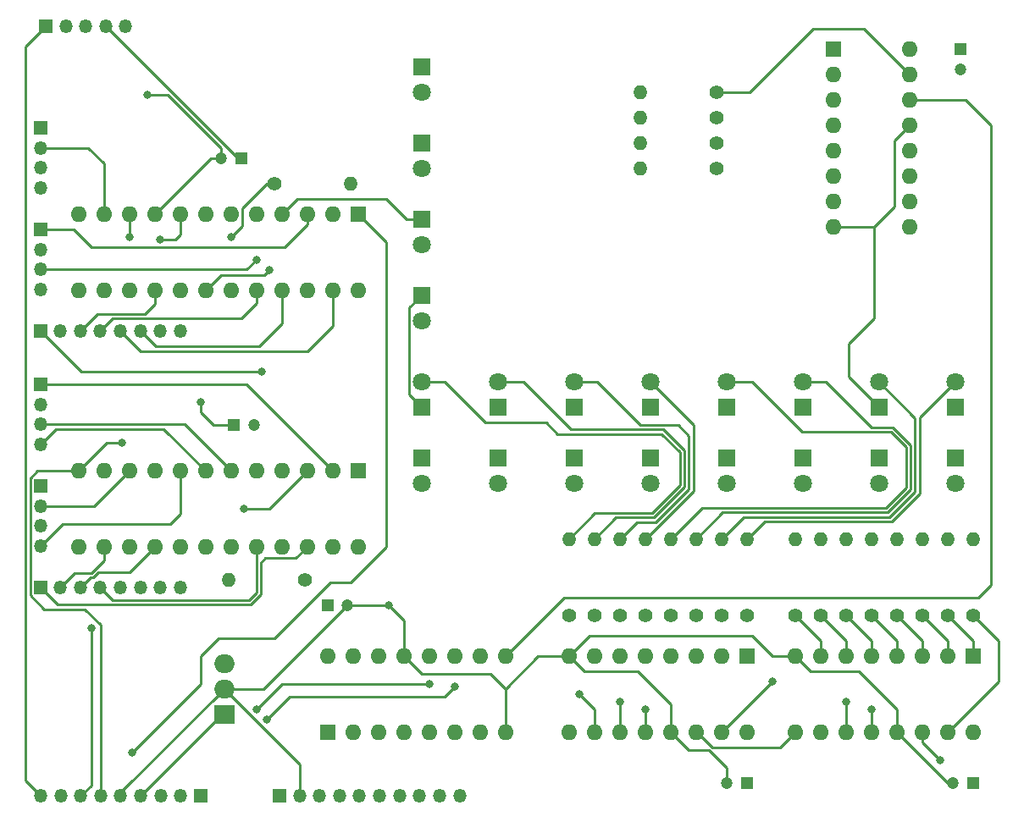
<source format=gbl>
%TF.GenerationSoftware,KiCad,Pcbnew,7.0.8*%
%TF.CreationDate,2023-10-15T17:50:00-07:00*%
%TF.ProjectId,htpm_control_additional_info,6874706d-5f63-46f6-9e74-726f6c5f6164,1*%
%TF.SameCoordinates,Original*%
%TF.FileFunction,Copper,L2,Bot*%
%TF.FilePolarity,Positive*%
%FSLAX46Y46*%
G04 Gerber Fmt 4.6, Leading zero omitted, Abs format (unit mm)*
G04 Created by KiCad (PCBNEW 7.0.8) date 2023-10-15 17:50:00*
%MOMM*%
%LPD*%
G01*
G04 APERTURE LIST*
%TA.AperFunction,ComponentPad*%
%ADD10R,1.350000X1.350000*%
%TD*%
%TA.AperFunction,ComponentPad*%
%ADD11O,1.350000X1.350000*%
%TD*%
%TA.AperFunction,ComponentPad*%
%ADD12R,1.800000X1.800000*%
%TD*%
%TA.AperFunction,ComponentPad*%
%ADD13C,1.800000*%
%TD*%
%TA.AperFunction,ComponentPad*%
%ADD14C,1.400000*%
%TD*%
%TA.AperFunction,ComponentPad*%
%ADD15O,1.400000X1.400000*%
%TD*%
%TA.AperFunction,ComponentPad*%
%ADD16R,1.200000X1.200000*%
%TD*%
%TA.AperFunction,ComponentPad*%
%ADD17C,1.200000*%
%TD*%
%TA.AperFunction,ComponentPad*%
%ADD18R,1.600000X1.600000*%
%TD*%
%TA.AperFunction,ComponentPad*%
%ADD19O,1.600000X1.600000*%
%TD*%
%TA.AperFunction,ComponentPad*%
%ADD20R,2.000000X1.905000*%
%TD*%
%TA.AperFunction,ComponentPad*%
%ADD21O,2.000000X1.905000*%
%TD*%
%TA.AperFunction,ViaPad*%
%ADD22C,0.800000*%
%TD*%
%TA.AperFunction,Conductor*%
%ADD23C,0.250000*%
%TD*%
G04 APERTURE END LIST*
D10*
%TO.P,J3,1,Pin_1*%
%TO.N,Net-(J3-Pin_1)*%
X96012000Y-71628000D03*
D11*
%TO.P,J3,2,Pin_2*%
%TO.N,Net-(J3-Pin_2)*%
X96012000Y-73628000D03*
%TO.P,J3,3,Pin_3*%
%TO.N,Net-(J3-Pin_3)*%
X96012000Y-75628000D03*
%TO.P,J3,4,Pin_4*%
%TO.N,Net-(J3-Pin_4)*%
X96012000Y-77628000D03*
%TD*%
D12*
%TO.P,D2,1,K*%
%TO.N,GND*%
X134112000Y-62987000D03*
D13*
%TO.P,D2,2,A*%
%TO.N,Net-(D2-A)*%
X134112000Y-65527000D03*
%TD*%
D12*
%TO.P,D13,1,K*%
%TO.N,GND*%
X187452000Y-94488000D03*
D13*
%TO.P,D13,2,A*%
%TO.N,Net-(D13-A)*%
X187452000Y-97028000D03*
%TD*%
D14*
%TO.P,R22,1*%
%TO.N,Net-(J1-Pin_1)*%
X122428000Y-106680000D03*
D15*
%TO.P,R22,2*%
%TO.N,Net-(U7-ISET)*%
X114808000Y-106680000D03*
%TD*%
D12*
%TO.P,D17,1,K*%
%TO.N,GND*%
X156972000Y-94488000D03*
D13*
%TO.P,D17,2,A*%
%TO.N,Net-(D17-A)*%
X156972000Y-97028000D03*
%TD*%
D12*
%TO.P,D18,1,K*%
%TO.N,GND*%
X149352000Y-94488000D03*
D13*
%TO.P,D18,2,A*%
%TO.N,Net-(D18-A)*%
X149352000Y-97028000D03*
%TD*%
D14*
%TO.P,R8,1*%
%TO.N,Net-(U3-QD)*%
X159004000Y-110236000D03*
D15*
%TO.P,R8,2*%
%TO.N,Net-(D8-A)*%
X159004000Y-102616000D03*
%TD*%
D16*
%TO.P,C4,1*%
%TO.N,Net-(J1-Pin_1)*%
X187994000Y-53594000D03*
D17*
%TO.P,C4,2*%
%TO.N,GND*%
X187994000Y-55594000D03*
%TD*%
D14*
%TO.P,R13,1*%
%TO.N,Net-(U2-QA)*%
X189230000Y-110236000D03*
D15*
%TO.P,R13,2*%
%TO.N,Net-(D13-A)*%
X189230000Y-102616000D03*
%TD*%
D18*
%TO.P,U3,1,QB*%
%TO.N,Net-(U3-QB)*%
X166634000Y-114310000D03*
D19*
%TO.P,U3,2,QC*%
%TO.N,Net-(U3-QC)*%
X164094000Y-114310000D03*
%TO.P,U3,3,QD*%
%TO.N,Net-(U3-QD)*%
X161554000Y-114310000D03*
%TO.P,U3,4,QE*%
%TO.N,Net-(U3-QE)*%
X159014000Y-114310000D03*
%TO.P,U3,5,QF*%
%TO.N,Net-(U3-QF)*%
X156474000Y-114310000D03*
%TO.P,U3,6,QG*%
%TO.N,Net-(U3-QG)*%
X153934000Y-114310000D03*
%TO.P,U3,7,QH*%
%TO.N,Net-(U3-QH)*%
X151394000Y-114310000D03*
%TO.P,U3,8,GND*%
%TO.N,GND*%
X148854000Y-114310000D03*
%TO.P,U3,9,QH'*%
%TO.N,Net-(U3-QH')*%
X148854000Y-121930000D03*
%TO.P,U3,10,~{SRCLR}*%
%TO.N,Net-(J1-Pin_1)*%
X151394000Y-121930000D03*
%TO.P,U3,11,SRCLK*%
%TO.N,Net-(J8-Pin_1)*%
X153934000Y-121930000D03*
%TO.P,U3,12,RCLK*%
%TO.N,Net-(J8-Pin_2)*%
X156474000Y-121930000D03*
%TO.P,U3,13,~{OE}*%
%TO.N,GND*%
X159014000Y-121930000D03*
%TO.P,U3,14,SER*%
%TO.N,Net-(U2-QH')*%
X161554000Y-121930000D03*
%TO.P,U3,15,QA*%
%TO.N,Net-(U3-QA)*%
X164094000Y-121930000D03*
%TO.P,U3,16,VCC*%
%TO.N,Net-(J1-Pin_1)*%
X166634000Y-121930000D03*
%TD*%
D12*
%TO.P,D19,1,K*%
%TO.N,GND*%
X141732000Y-94488000D03*
D13*
%TO.P,D19,2,A*%
%TO.N,Net-(D19-A)*%
X141732000Y-97028000D03*
%TD*%
D12*
%TO.P,D20,1,K*%
%TO.N,GND*%
X134112000Y-94488000D03*
D13*
%TO.P,D20,2,A*%
%TO.N,Net-(D20-A)*%
X134112000Y-97028000D03*
%TD*%
D12*
%TO.P,D3,1,K*%
%TO.N,GND*%
X134112000Y-70607000D03*
D13*
%TO.P,D3,2,A*%
%TO.N,Net-(D3-A)*%
X134112000Y-73147000D03*
%TD*%
D18*
%TO.P,U2,1,QB*%
%TO.N,Net-(U2-QB)*%
X189240000Y-114310000D03*
D19*
%TO.P,U2,2,QC*%
%TO.N,Net-(U2-QC)*%
X186700000Y-114310000D03*
%TO.P,U2,3,QD*%
%TO.N,Net-(U2-QD)*%
X184160000Y-114310000D03*
%TO.P,U2,4,QE*%
%TO.N,Net-(U2-QE)*%
X181620000Y-114310000D03*
%TO.P,U2,5,QF*%
%TO.N,Net-(U2-QF)*%
X179080000Y-114310000D03*
%TO.P,U2,6,QG*%
%TO.N,Net-(U2-QG)*%
X176540000Y-114310000D03*
%TO.P,U2,7,QH*%
%TO.N,Net-(U2-QH)*%
X174000000Y-114310000D03*
%TO.P,U2,8,GND*%
%TO.N,GND*%
X171460000Y-114310000D03*
%TO.P,U2,9,QH'*%
%TO.N,Net-(U2-QH')*%
X171460000Y-121930000D03*
%TO.P,U2,10,~{SRCLR}*%
%TO.N,Net-(J1-Pin_1)*%
X174000000Y-121930000D03*
%TO.P,U2,11,SRCLK*%
%TO.N,Net-(J8-Pin_1)*%
X176540000Y-121930000D03*
%TO.P,U2,12,RCLK*%
%TO.N,Net-(J8-Pin_2)*%
X179080000Y-121930000D03*
%TO.P,U2,13,~{OE}*%
%TO.N,GND*%
X181620000Y-121930000D03*
%TO.P,U2,14,SER*%
%TO.N,Net-(J8-Pin_3)*%
X184160000Y-121930000D03*
%TO.P,U2,15,QA*%
%TO.N,Net-(U2-QA)*%
X186700000Y-121930000D03*
%TO.P,U2,16,VCC*%
%TO.N,Net-(J1-Pin_1)*%
X189240000Y-121930000D03*
%TD*%
D12*
%TO.P,D12,1,K*%
%TO.N,GND*%
X134112000Y-89408000D03*
D13*
%TO.P,D12,2,A*%
%TO.N,Net-(D12-A)*%
X134112000Y-86868000D03*
%TD*%
D14*
%TO.P,R1,1*%
%TO.N,Net-(U5-QA)*%
X163576000Y-57912000D03*
D15*
%TO.P,R1,2*%
%TO.N,Net-(D1-A)*%
X155956000Y-57912000D03*
%TD*%
D10*
%TO.P,J1,1,Pin_1*%
%TO.N,Net-(J1-Pin_1)*%
X119922000Y-128270000D03*
D11*
%TO.P,J1,2,Pin_2*%
%TO.N,GND*%
X121922000Y-128270000D03*
%TO.P,J1,3,Pin_3*%
%TO.N,Net-(J1-Pin_3)*%
X123922000Y-128270000D03*
%TO.P,J1,4,Pin_4*%
%TO.N,Net-(J1-Pin_4)*%
X125922000Y-128270000D03*
%TO.P,J1,5,Pin_5*%
%TO.N,Net-(J1-Pin_5)*%
X127922000Y-128270000D03*
%TO.P,J1,6,Pin_6*%
%TO.N,Net-(J1-Pin_6)*%
X129922000Y-128270000D03*
%TO.P,J1,7,Pin_7*%
%TO.N,Net-(J1-Pin_7)*%
X131922000Y-128270000D03*
%TO.P,J1,8,Pin_8*%
%TO.N,Net-(J1-Pin_8)*%
X133922000Y-128270000D03*
%TO.P,J1,9,Pin_9*%
%TO.N,Net-(J1-Pin_9)*%
X135922000Y-128270000D03*
%TO.P,J1,10,Pin_10*%
%TO.N,Net-(J1-Pin_10)*%
X137922000Y-128270000D03*
%TD*%
D14*
%TO.P,R12,1*%
%TO.N,Net-(U3-QH)*%
X148844000Y-110236000D03*
D15*
%TO.P,R12,2*%
%TO.N,Net-(D12-A)*%
X148844000Y-102616000D03*
%TD*%
D16*
%TO.P,C1,1*%
%TO.N,Net-(J1-Pin_1)*%
X189240000Y-127010000D03*
D17*
%TO.P,C1,2*%
%TO.N,GND*%
X187240000Y-127010000D03*
%TD*%
D14*
%TO.P,R21,1*%
%TO.N,Net-(J1-Pin_1)*%
X119380000Y-67056000D03*
D15*
%TO.P,R21,2*%
%TO.N,Net-(U6-ISET)*%
X127000000Y-67056000D03*
%TD*%
D20*
%TO.P,U1,1,IN*%
%TO.N,Net-(J8-Pin_4)*%
X114386000Y-120142000D03*
D21*
%TO.P,U1,2,GND*%
%TO.N,GND*%
X114386000Y-117602000D03*
%TO.P,U1,3,OUT*%
%TO.N,Net-(J1-Pin_1)*%
X114386000Y-115062000D03*
%TD*%
D14*
%TO.P,R10,1*%
%TO.N,Net-(U3-QF)*%
X153924000Y-110236000D03*
D15*
%TO.P,R10,2*%
%TO.N,Net-(D10-A)*%
X153924000Y-102616000D03*
%TD*%
D16*
%TO.P,C2,1*%
%TO.N,Net-(J1-Pin_1)*%
X166634000Y-127010000D03*
D17*
%TO.P,C2,2*%
%TO.N,GND*%
X164634000Y-127010000D03*
%TD*%
D10*
%TO.P,J2,1,Pin_1*%
%TO.N,Net-(J2-Pin_1)*%
X96012000Y-61468000D03*
D11*
%TO.P,J2,2,Pin_2*%
%TO.N,Net-(J2-Pin_2)*%
X96012000Y-63468000D03*
%TO.P,J2,3,Pin_3*%
%TO.N,Net-(J2-Pin_3)*%
X96012000Y-65468000D03*
%TO.P,J2,4,Pin_4*%
%TO.N,Net-(J2-Pin_4)*%
X96012000Y-67468000D03*
%TD*%
D14*
%TO.P,R11,1*%
%TO.N,Net-(U3-QG)*%
X151384000Y-110236000D03*
D15*
%TO.P,R11,2*%
%TO.N,Net-(D11-A)*%
X151384000Y-102616000D03*
%TD*%
D14*
%TO.P,R17,1*%
%TO.N,Net-(U2-QE)*%
X179070000Y-110236000D03*
D15*
%TO.P,R17,2*%
%TO.N,Net-(D17-A)*%
X179070000Y-102616000D03*
%TD*%
D12*
%TO.P,D10,1,K*%
%TO.N,GND*%
X149352000Y-89408000D03*
D13*
%TO.P,D10,2,A*%
%TO.N,Net-(D10-A)*%
X149352000Y-86868000D03*
%TD*%
D16*
%TO.P,C6,1*%
%TO.N,Net-(J1-Pin_1)*%
X115359401Y-91186000D03*
D17*
%TO.P,C6,2*%
%TO.N,GND*%
X117359401Y-91186000D03*
%TD*%
D12*
%TO.P,D8,1,K*%
%TO.N,GND*%
X164592000Y-89408000D03*
D13*
%TO.P,D8,2,A*%
%TO.N,Net-(D8-A)*%
X164592000Y-86868000D03*
%TD*%
D14*
%TO.P,R5,1*%
%TO.N,Net-(U3-QA)*%
X166624000Y-110236000D03*
D15*
%TO.P,R5,2*%
%TO.N,Net-(D5-A)*%
X166624000Y-102616000D03*
%TD*%
D12*
%TO.P,D7,1,K*%
%TO.N,GND*%
X172212000Y-89408000D03*
D13*
%TO.P,D7,2,A*%
%TO.N,Net-(D7-A)*%
X172212000Y-86868000D03*
%TD*%
D12*
%TO.P,D16,1,K*%
%TO.N,GND*%
X164592000Y-94488000D03*
D13*
%TO.P,D16,2,A*%
%TO.N,Net-(D16-A)*%
X164592000Y-97028000D03*
%TD*%
D14*
%TO.P,R7,1*%
%TO.N,Net-(U3-QC)*%
X161544000Y-110236000D03*
D15*
%TO.P,R7,2*%
%TO.N,Net-(D7-A)*%
X161544000Y-102616000D03*
%TD*%
D18*
%TO.P,U5,1,QB*%
%TO.N,Net-(U5-QB)*%
X175294000Y-53594000D03*
D19*
%TO.P,U5,2,QC*%
%TO.N,Net-(U5-QC)*%
X175294000Y-56134000D03*
%TO.P,U5,3,QD*%
%TO.N,Net-(U5-QD)*%
X175294000Y-58674000D03*
%TO.P,U5,4,QE*%
%TO.N,unconnected-(U5-QE-Pad4)*%
X175294000Y-61214000D03*
%TO.P,U5,5,QF*%
%TO.N,unconnected-(U5-QF-Pad5)*%
X175294000Y-63754000D03*
%TO.P,U5,6,QG*%
%TO.N,unconnected-(U5-QG-Pad6)*%
X175294000Y-66294000D03*
%TO.P,U5,7,QH*%
%TO.N,unconnected-(U5-QH-Pad7)*%
X175294000Y-68834000D03*
%TO.P,U5,8,GND*%
%TO.N,GND*%
X175294000Y-71374000D03*
%TO.P,U5,9,QH'*%
%TO.N,unconnected-(U5-QH'-Pad9)*%
X182914000Y-71374000D03*
%TO.P,U5,10,~{SRCLR}*%
%TO.N,Net-(J1-Pin_1)*%
X182914000Y-68834000D03*
%TO.P,U5,11,SRCLK*%
%TO.N,Net-(J8-Pin_1)*%
X182914000Y-66294000D03*
%TO.P,U5,12,RCLK*%
%TO.N,Net-(J8-Pin_2)*%
X182914000Y-63754000D03*
%TO.P,U5,13,~{OE}*%
%TO.N,GND*%
X182914000Y-61214000D03*
%TO.P,U5,14,SER*%
%TO.N,Net-(U4-QH')*%
X182914000Y-58674000D03*
%TO.P,U5,15,QA*%
%TO.N,Net-(U5-QA)*%
X182914000Y-56134000D03*
%TO.P,U5,16,VCC*%
%TO.N,Net-(J1-Pin_1)*%
X182914000Y-53594000D03*
%TD*%
D12*
%TO.P,D14,1,K*%
%TO.N,GND*%
X179832000Y-94488000D03*
D13*
%TO.P,D14,2,A*%
%TO.N,Net-(D14-A)*%
X179832000Y-97028000D03*
%TD*%
D18*
%TO.P,U7,1,DIN*%
%TO.N,Net-(U6-DOUT)*%
X127762000Y-95758000D03*
D19*
%TO.P,U7,2,DIG_0*%
%TO.N,Net-(J6-Pin_1)*%
X125222000Y-95758000D03*
%TO.P,U7,3,DIG_4*%
%TO.N,Net-(J7-Pin_1)*%
X122682000Y-95758000D03*
%TO.P,U7,4,GND*%
%TO.N,GND*%
X120142000Y-95758000D03*
%TO.P,U7,5,DIG_6*%
%TO.N,Net-(J7-Pin_3)*%
X117602000Y-95758000D03*
%TO.P,U7,6,DIG_2*%
%TO.N,Net-(J6-Pin_3)*%
X115062000Y-95758000D03*
%TO.P,U7,7,DIG_3*%
%TO.N,Net-(J6-Pin_4)*%
X112522000Y-95758000D03*
%TO.P,U7,8,DIG_7*%
%TO.N,Net-(J7-Pin_4)*%
X109982000Y-95758000D03*
%TO.P,U7,9,GND*%
%TO.N,GND*%
X107442000Y-95758000D03*
%TO.P,U7,10,DIG_5*%
%TO.N,Net-(J7-Pin_2)*%
X104902000Y-95758000D03*
%TO.P,U7,11,DIG_1*%
%TO.N,Net-(J6-Pin_2)*%
X102362000Y-95758000D03*
%TO.P,U7,12,LOAD*%
%TO.N,Net-(J8-Pin_6)*%
X99822000Y-95758000D03*
%TO.P,U7,13,CLK*%
%TO.N,Net-(J8-Pin_7)*%
X99822000Y-103378000D03*
%TO.P,U7,14,SEG_A*%
%TO.N,Net-(J5-Pin_2)*%
X102362000Y-103378000D03*
%TO.P,U7,15,SEG_F*%
%TO.N,Net-(J5-Pin_7)*%
X104902000Y-103378000D03*
%TO.P,U7,16,SEG_B*%
%TO.N,Net-(J5-Pin_3)*%
X107442000Y-103378000D03*
%TO.P,U7,17,SEG_G*%
%TO.N,Net-(J5-Pin_8)*%
X109982000Y-103378000D03*
%TO.P,U7,18,ISET*%
%TO.N,Net-(U7-ISET)*%
X112522000Y-103378000D03*
%TO.P,U7,19,V+*%
%TO.N,Net-(J1-Pin_1)*%
X115062000Y-103378000D03*
%TO.P,U7,20,SEG_C*%
%TO.N,Net-(J5-Pin_4)*%
X117602000Y-103378000D03*
%TO.P,U7,21,SEG_E*%
%TO.N,Net-(J5-Pin_6)*%
X120142000Y-103378000D03*
%TO.P,U7,22,SEG_DP*%
%TO.N,Net-(J5-Pin_1)*%
X122682000Y-103378000D03*
%TO.P,U7,23,SEG_D*%
%TO.N,Net-(J5-Pin_5)*%
X125222000Y-103378000D03*
%TO.P,U7,24,DOUT*%
%TO.N,unconnected-(U7-DOUT-Pad24)*%
X127762000Y-103378000D03*
%TD*%
D14*
%TO.P,R18,1*%
%TO.N,Net-(U2-QF)*%
X176530000Y-110236000D03*
D15*
%TO.P,R18,2*%
%TO.N,Net-(D18-A)*%
X176530000Y-102616000D03*
%TD*%
D12*
%TO.P,D6,1,K*%
%TO.N,GND*%
X179832000Y-89408000D03*
D13*
%TO.P,D6,2,A*%
%TO.N,Net-(D6-A)*%
X179832000Y-86868000D03*
%TD*%
D14*
%TO.P,R2,1*%
%TO.N,Net-(U5-QB)*%
X163576000Y-60452000D03*
D15*
%TO.P,R2,2*%
%TO.N,Net-(D2-A)*%
X155956000Y-60452000D03*
%TD*%
D10*
%TO.P,J5,1,Pin_1*%
%TO.N,Net-(J5-Pin_1)*%
X96012000Y-107458000D03*
D11*
%TO.P,J5,2,Pin_2*%
%TO.N,Net-(J5-Pin_2)*%
X98012000Y-107458000D03*
%TO.P,J5,3,Pin_3*%
%TO.N,Net-(J5-Pin_3)*%
X100012000Y-107458000D03*
%TO.P,J5,4,Pin_4*%
%TO.N,Net-(J5-Pin_4)*%
X102012000Y-107458000D03*
%TO.P,J5,5,Pin_5*%
%TO.N,Net-(J5-Pin_5)*%
X104012000Y-107458000D03*
%TO.P,J5,6,Pin_6*%
%TO.N,Net-(J5-Pin_6)*%
X106012000Y-107458000D03*
%TO.P,J5,7,Pin_7*%
%TO.N,Net-(J5-Pin_7)*%
X108012000Y-107458000D03*
%TO.P,J5,8,Pin_8*%
%TO.N,Net-(J5-Pin_8)*%
X110012000Y-107458000D03*
%TD*%
D18*
%TO.P,U4,1,QB*%
%TO.N,Net-(J1-Pin_4)*%
X124714000Y-121920000D03*
D19*
%TO.P,U4,2,QC*%
%TO.N,Net-(J1-Pin_5)*%
X127254000Y-121920000D03*
%TO.P,U4,3,QD*%
%TO.N,Net-(J1-Pin_6)*%
X129794000Y-121920000D03*
%TO.P,U4,4,QE*%
%TO.N,Net-(J1-Pin_7)*%
X132334000Y-121920000D03*
%TO.P,U4,5,QF*%
%TO.N,Net-(J1-Pin_8)*%
X134874000Y-121920000D03*
%TO.P,U4,6,QG*%
%TO.N,Net-(J1-Pin_9)*%
X137414000Y-121920000D03*
%TO.P,U4,7,QH*%
%TO.N,Net-(J1-Pin_10)*%
X139954000Y-121920000D03*
%TO.P,U4,8,GND*%
%TO.N,GND*%
X142494000Y-121920000D03*
%TO.P,U4,9,QH'*%
%TO.N,Net-(U4-QH')*%
X142494000Y-114300000D03*
%TO.P,U4,10,~{SRCLR}*%
%TO.N,Net-(J1-Pin_1)*%
X139954000Y-114300000D03*
%TO.P,U4,11,SRCLK*%
%TO.N,Net-(J8-Pin_1)*%
X137414000Y-114300000D03*
%TO.P,U4,12,RCLK*%
%TO.N,Net-(J8-Pin_2)*%
X134874000Y-114300000D03*
%TO.P,U4,13,~{OE}*%
%TO.N,GND*%
X132334000Y-114300000D03*
%TO.P,U4,14,SER*%
%TO.N,Net-(U3-QH')*%
X129794000Y-114300000D03*
%TO.P,U4,15,QA*%
%TO.N,Net-(J1-Pin_3)*%
X127254000Y-114300000D03*
%TO.P,U4,16,VCC*%
%TO.N,Net-(J1-Pin_1)*%
X124714000Y-114300000D03*
%TD*%
D16*
%TO.P,C5,1*%
%TO.N,Net-(J1-Pin_1)*%
X116078000Y-64516000D03*
D17*
%TO.P,C5,2*%
%TO.N,GND*%
X114078000Y-64516000D03*
%TD*%
D10*
%TO.P,J9,1,Pin_1*%
%TO.N,Net-(J8-Pin_9)*%
X96552000Y-51308000D03*
D11*
%TO.P,J9,2,Pin_2*%
%TO.N,Net-(J8-Pin_8)*%
X98552000Y-51308000D03*
%TO.P,J9,3,Pin_3*%
%TO.N,Net-(J8-Pin_7)*%
X100552000Y-51308000D03*
%TO.P,J9,4,Pin_4*%
%TO.N,Net-(J1-Pin_1)*%
X102552000Y-51308000D03*
%TO.P,J9,5,Pin_5*%
%TO.N,GND*%
X104552000Y-51308000D03*
%TD*%
D14*
%TO.P,R15,1*%
%TO.N,Net-(U2-QC)*%
X184150000Y-110236000D03*
D15*
%TO.P,R15,2*%
%TO.N,Net-(D15-A)*%
X184150000Y-102616000D03*
%TD*%
D14*
%TO.P,R16,1*%
%TO.N,Net-(U2-QD)*%
X181610000Y-110236000D03*
D15*
%TO.P,R16,2*%
%TO.N,Net-(D16-A)*%
X181610000Y-102616000D03*
%TD*%
D10*
%TO.P,J7,1,Pin_1*%
%TO.N,Net-(J7-Pin_1)*%
X96012000Y-97298000D03*
D11*
%TO.P,J7,2,Pin_2*%
%TO.N,Net-(J7-Pin_2)*%
X96012000Y-99298000D03*
%TO.P,J7,3,Pin_3*%
%TO.N,Net-(J7-Pin_3)*%
X96012000Y-101298000D03*
%TO.P,J7,4,Pin_4*%
%TO.N,Net-(J7-Pin_4)*%
X96012000Y-103298000D03*
%TD*%
D10*
%TO.P,J4,1,Pin_1*%
%TO.N,Net-(J4-Pin_1)*%
X96012000Y-81788000D03*
D11*
%TO.P,J4,2,Pin_2*%
%TO.N,Net-(J4-Pin_2)*%
X98012000Y-81788000D03*
%TO.P,J4,3,Pin_3*%
%TO.N,Net-(J4-Pin_3)*%
X100012000Y-81788000D03*
%TO.P,J4,4,Pin_4*%
%TO.N,Net-(J4-Pin_4)*%
X102012000Y-81788000D03*
%TO.P,J4,5,Pin_5*%
%TO.N,Net-(J4-Pin_5)*%
X104012000Y-81788000D03*
%TO.P,J4,6,Pin_6*%
%TO.N,Net-(J4-Pin_6)*%
X106012000Y-81788000D03*
%TO.P,J4,7,Pin_7*%
%TO.N,Net-(J4-Pin_7)*%
X108012000Y-81788000D03*
%TO.P,J4,8,Pin_8*%
%TO.N,Net-(J4-Pin_8)*%
X110012000Y-81788000D03*
%TD*%
%TO.P,J8,9,Pin_9*%
%TO.N,Net-(J8-Pin_9)*%
X96044000Y-128270000D03*
%TO.P,J8,8,Pin_8*%
%TO.N,Net-(J8-Pin_8)*%
X98044000Y-128270000D03*
%TO.P,J8,7,Pin_7*%
%TO.N,Net-(J8-Pin_7)*%
X100044000Y-128270000D03*
%TO.P,J8,6,Pin_6*%
%TO.N,Net-(J8-Pin_6)*%
X102044000Y-128270000D03*
%TO.P,J8,5,Pin_5*%
%TO.N,GND*%
X104044000Y-128270000D03*
%TO.P,J8,4,Pin_4*%
%TO.N,Net-(J8-Pin_4)*%
X106044000Y-128270000D03*
%TO.P,J8,3,Pin_3*%
%TO.N,Net-(J8-Pin_3)*%
X108044000Y-128270000D03*
%TO.P,J8,2,Pin_2*%
%TO.N,Net-(J8-Pin_2)*%
X110044000Y-128270000D03*
D10*
%TO.P,J8,1,Pin_1*%
%TO.N,Net-(J8-Pin_1)*%
X112044000Y-128270000D03*
%TD*%
D12*
%TO.P,D4,1,K*%
%TO.N,GND*%
X134112000Y-78227000D03*
D13*
%TO.P,D4,2,A*%
%TO.N,Net-(D4-A)*%
X134112000Y-80767000D03*
%TD*%
D12*
%TO.P,D15,1,K*%
%TO.N,GND*%
X172212000Y-94488000D03*
D13*
%TO.P,D15,2,A*%
%TO.N,Net-(D15-A)*%
X172212000Y-97028000D03*
%TD*%
D14*
%TO.P,R3,1*%
%TO.N,Net-(U5-QC)*%
X163576000Y-62992000D03*
D15*
%TO.P,R3,2*%
%TO.N,Net-(D3-A)*%
X155956000Y-62992000D03*
%TD*%
D12*
%TO.P,D1,1,K*%
%TO.N,GND*%
X134112000Y-55367000D03*
D13*
%TO.P,D1,2,A*%
%TO.N,Net-(D1-A)*%
X134112000Y-57907000D03*
%TD*%
D14*
%TO.P,R6,1*%
%TO.N,Net-(U3-QB)*%
X164084000Y-110236000D03*
D15*
%TO.P,R6,2*%
%TO.N,Net-(D6-A)*%
X164084000Y-102616000D03*
%TD*%
D14*
%TO.P,R20,1*%
%TO.N,Net-(U2-QH)*%
X171450000Y-110236000D03*
D15*
%TO.P,R20,2*%
%TO.N,Net-(D20-A)*%
X171450000Y-102616000D03*
%TD*%
D14*
%TO.P,R19,1*%
%TO.N,Net-(U2-QG)*%
X173990000Y-110236000D03*
D15*
%TO.P,R19,2*%
%TO.N,Net-(D19-A)*%
X173990000Y-102616000D03*
%TD*%
D12*
%TO.P,D5,1,K*%
%TO.N,GND*%
X187452000Y-89408000D03*
D13*
%TO.P,D5,2,A*%
%TO.N,Net-(D5-A)*%
X187452000Y-86868000D03*
%TD*%
D10*
%TO.P,J6,1,Pin_1*%
%TO.N,Net-(J6-Pin_1)*%
X96012000Y-87138000D03*
D11*
%TO.P,J6,2,Pin_2*%
%TO.N,Net-(J6-Pin_2)*%
X96012000Y-89138000D03*
%TO.P,J6,3,Pin_3*%
%TO.N,Net-(J6-Pin_3)*%
X96012000Y-91138000D03*
%TO.P,J6,4,Pin_4*%
%TO.N,Net-(J6-Pin_4)*%
X96012000Y-93138000D03*
%TD*%
D16*
%TO.P,C3,1*%
%TO.N,Net-(J1-Pin_1)*%
X124724000Y-109230000D03*
D17*
%TO.P,C3,2*%
%TO.N,GND*%
X126724000Y-109230000D03*
%TD*%
D14*
%TO.P,R4,1*%
%TO.N,Net-(U5-QD)*%
X163576000Y-65532000D03*
D15*
%TO.P,R4,2*%
%TO.N,Net-(D4-A)*%
X155956000Y-65532000D03*
%TD*%
D12*
%TO.P,D9,1,K*%
%TO.N,GND*%
X156972000Y-89408000D03*
D13*
%TO.P,D9,2,A*%
%TO.N,Net-(D9-A)*%
X156972000Y-86868000D03*
%TD*%
D14*
%TO.P,R9,1*%
%TO.N,Net-(U3-QE)*%
X156464000Y-110236000D03*
D15*
%TO.P,R9,2*%
%TO.N,Net-(D9-A)*%
X156464000Y-102616000D03*
%TD*%
D12*
%TO.P,D11,1,K*%
%TO.N,GND*%
X141732000Y-89408000D03*
D13*
%TO.P,D11,2,A*%
%TO.N,Net-(D11-A)*%
X141732000Y-86868000D03*
%TD*%
D18*
%TO.P,U6,1,DIN*%
%TO.N,Net-(J8-Pin_8)*%
X127762000Y-70104000D03*
D19*
%TO.P,U6,2,DIG_0*%
%TO.N,Net-(J2-Pin_1)*%
X125222000Y-70104000D03*
%TO.P,U6,3,DIG_4*%
%TO.N,Net-(J3-Pin_1)*%
X122682000Y-70104000D03*
%TO.P,U6,4,GND*%
%TO.N,GND*%
X120142000Y-70104000D03*
%TO.P,U6,5,DIG_6*%
%TO.N,Net-(J3-Pin_3)*%
X117602000Y-70104000D03*
%TO.P,U6,6,DIG_2*%
%TO.N,Net-(J2-Pin_3)*%
X115062000Y-70104000D03*
%TO.P,U6,7,DIG_3*%
%TO.N,Net-(J2-Pin_4)*%
X112522000Y-70104000D03*
%TO.P,U6,8,DIG_7*%
%TO.N,Net-(J3-Pin_4)*%
X109982000Y-70104000D03*
%TO.P,U6,9,GND*%
%TO.N,GND*%
X107442000Y-70104000D03*
%TO.P,U6,10,DIG_5*%
%TO.N,Net-(J3-Pin_2)*%
X104902000Y-70104000D03*
%TO.P,U6,11,DIG_1*%
%TO.N,Net-(J2-Pin_2)*%
X102362000Y-70104000D03*
%TO.P,U6,12,LOAD*%
%TO.N,Net-(J8-Pin_6)*%
X99822000Y-70104000D03*
%TO.P,U6,13,CLK*%
%TO.N,Net-(J8-Pin_7)*%
X99822000Y-77724000D03*
%TO.P,U6,14,SEG_A*%
%TO.N,Net-(J4-Pin_2)*%
X102362000Y-77724000D03*
%TO.P,U6,15,SEG_F*%
%TO.N,Net-(J4-Pin_7)*%
X104902000Y-77724000D03*
%TO.P,U6,16,SEG_B*%
%TO.N,Net-(J4-Pin_3)*%
X107442000Y-77724000D03*
%TO.P,U6,17,SEG_G*%
%TO.N,Net-(J4-Pin_8)*%
X109982000Y-77724000D03*
%TO.P,U6,18,ISET*%
%TO.N,Net-(U6-ISET)*%
X112522000Y-77724000D03*
%TO.P,U6,19,V+*%
%TO.N,Net-(J1-Pin_1)*%
X115062000Y-77724000D03*
%TO.P,U6,20,SEG_C*%
%TO.N,Net-(J4-Pin_4)*%
X117602000Y-77724000D03*
%TO.P,U6,21,SEG_E*%
%TO.N,Net-(J4-Pin_6)*%
X120142000Y-77724000D03*
%TO.P,U6,22,SEG_DP*%
%TO.N,Net-(J4-Pin_1)*%
X122682000Y-77724000D03*
%TO.P,U6,23,SEG_D*%
%TO.N,Net-(J4-Pin_5)*%
X125222000Y-77724000D03*
%TO.P,U6,24,DOUT*%
%TO.N,Net-(U6-DOUT)*%
X127762000Y-77724000D03*
%TD*%
D14*
%TO.P,R14,1*%
%TO.N,Net-(U2-QB)*%
X186690000Y-110236000D03*
D15*
%TO.P,R14,2*%
%TO.N,Net-(D14-A)*%
X186690000Y-102616000D03*
%TD*%
D22*
%TO.N,Net-(J1-Pin_1)*%
X115062000Y-72390000D03*
X149860000Y-118110000D03*
X112014000Y-88900000D03*
%TO.N,GND*%
X130810000Y-109220000D03*
X106680000Y-58166000D03*
%TO.N,Net-(J3-Pin_2)*%
X104902000Y-72390000D03*
%TO.N,Net-(J3-Pin_3)*%
X117602000Y-74676000D03*
%TO.N,Net-(J3-Pin_4)*%
X107950000Y-72644000D03*
%TO.N,Net-(J4-Pin_1)*%
X118110000Y-85852000D03*
%TO.N,Net-(J7-Pin_1)*%
X116332000Y-99568000D03*
%TO.N,Net-(J8-Pin_1)*%
X137414000Y-117348000D03*
X118618000Y-120650000D03*
X176530000Y-118872000D03*
X153924000Y-118872000D03*
%TO.N,Net-(J8-Pin_2)*%
X134874000Y-117094000D03*
X117602000Y-119634000D03*
X156464000Y-119634000D03*
X179070000Y-119634000D03*
%TO.N,Net-(J8-Pin_3)*%
X185928000Y-124714000D03*
%TO.N,Net-(J8-Pin_6)*%
X104140000Y-92964000D03*
%TO.N,Net-(J8-Pin_7)*%
X101092000Y-111506000D03*
%TO.N,Net-(J8-Pin_8)*%
X105156000Y-123952000D03*
%TO.N,Net-(U3-QA)*%
X169164000Y-116840000D03*
%TO.N,Net-(U6-ISET)*%
X118872000Y-75692000D03*
%TD*%
D23*
%TO.N,Net-(J1-Pin_1)*%
X118680000Y-67056000D02*
X116187000Y-69549000D01*
X116187000Y-69549000D02*
X116187000Y-71265000D01*
X115760000Y-64516000D02*
X102552000Y-51308000D01*
X115359401Y-91186000D02*
X113284000Y-91186000D01*
X112014000Y-89916000D02*
X112014000Y-88900000D01*
X113284000Y-91186000D02*
X112014000Y-89916000D01*
X116187000Y-71265000D02*
X115062000Y-72390000D01*
X151394000Y-119644000D02*
X149860000Y-118110000D01*
X119380000Y-67056000D02*
X118680000Y-67056000D01*
X116078000Y-64516000D02*
X115760000Y-64516000D01*
X151394000Y-121930000D02*
X151394000Y-119644000D01*
%TO.N,GND*%
X179324000Y-71374000D02*
X175294000Y-71374000D01*
X181620000Y-121930000D02*
X181620000Y-119644000D01*
X162814000Y-123698000D02*
X164634000Y-125518000D01*
X118352000Y-117602000D02*
X114386000Y-117602000D01*
X126724000Y-109230000D02*
X130810000Y-109230000D01*
X176784000Y-86360000D02*
X179832000Y-89408000D01*
X181620000Y-121930000D02*
X186700000Y-127010000D01*
X150368000Y-115824000D02*
X148854000Y-114310000D01*
X140970000Y-116078000D02*
X142494000Y-117602000D01*
X150896000Y-112268000D02*
X167132000Y-112268000D01*
X159014000Y-121930000D02*
X159014000Y-119136000D01*
X114078000Y-64516000D02*
X114078000Y-63470396D01*
X142494000Y-117602000D02*
X145786000Y-114310000D01*
X132334000Y-110744000D02*
X132334000Y-114300000D01*
X177800000Y-115824000D02*
X172974000Y-115824000D01*
X159014000Y-121930000D02*
X160782000Y-123698000D01*
X134112000Y-116078000D02*
X140970000Y-116078000D01*
X130810000Y-109230000D02*
X130810000Y-109220000D01*
X181356000Y-62772000D02*
X181356000Y-69342000D01*
X159014000Y-119136000D02*
X155702000Y-115824000D01*
X114078000Y-64516000D02*
X113030000Y-64516000D01*
X126724000Y-109230000D02*
X118352000Y-117602000D01*
X121666000Y-68580000D02*
X130556000Y-68580000D01*
X148854000Y-114310000D02*
X150896000Y-112268000D01*
X132334000Y-114300000D02*
X134112000Y-116078000D01*
X130820000Y-109230000D02*
X132334000Y-110744000D01*
X155702000Y-115824000D02*
X150368000Y-115824000D01*
X104044000Y-128270000D02*
X104044000Y-127944000D01*
X182914000Y-61214000D02*
X181356000Y-62772000D01*
X108773604Y-58166000D02*
X106680000Y-58166000D01*
X130810000Y-109220000D02*
X130820000Y-109230000D01*
X186700000Y-127010000D02*
X187240000Y-127010000D01*
X120142000Y-70104000D02*
X121666000Y-68580000D01*
X160782000Y-123698000D02*
X162814000Y-123698000D01*
X176784000Y-83058000D02*
X176784000Y-86360000D01*
X132887000Y-79452000D02*
X132887000Y-88183000D01*
X179324000Y-80518000D02*
X176784000Y-83058000D01*
X164634000Y-125518000D02*
X164634000Y-127010000D01*
X114078000Y-63470396D02*
X110139802Y-59532198D01*
X130556000Y-68580000D02*
X132583000Y-70607000D01*
X172974000Y-115824000D02*
X171460000Y-114310000D01*
X167132000Y-112268000D02*
X169174000Y-114310000D01*
X169174000Y-114310000D02*
X171460000Y-114310000D01*
X181620000Y-119644000D02*
X177800000Y-115824000D01*
X110139802Y-59532198D02*
X108773604Y-58166000D01*
X179324000Y-71374000D02*
X179324000Y-80518000D01*
X121922000Y-125138000D02*
X121922000Y-128270000D01*
X145786000Y-114310000D02*
X148854000Y-114310000D01*
X142494000Y-117602000D02*
X142494000Y-121920000D01*
X132887000Y-88183000D02*
X134112000Y-89408000D01*
X134112000Y-78227000D02*
X132887000Y-79452000D01*
X114386000Y-117602000D02*
X121922000Y-125138000D01*
X104044000Y-127944000D02*
X114386000Y-117602000D01*
X181356000Y-69342000D02*
X179324000Y-71374000D01*
X132583000Y-70607000D02*
X134112000Y-70607000D01*
X113030000Y-64516000D02*
X107442000Y-70104000D01*
%TO.N,Net-(D5-A)*%
X168402000Y-100838000D02*
X181102000Y-100838000D01*
X183896000Y-98044000D02*
X183896000Y-90424000D01*
X181102000Y-100838000D02*
X183896000Y-98044000D01*
X183896000Y-90424000D02*
X187452000Y-86868000D01*
X166624000Y-102616000D02*
X168402000Y-100838000D01*
%TO.N,Net-(D6-A)*%
X183446000Y-97857604D02*
X183446000Y-90482000D01*
X183446000Y-90482000D02*
X179832000Y-86868000D01*
X166312000Y-100388000D02*
X180915604Y-100388000D01*
X180915604Y-100388000D02*
X183446000Y-97857604D01*
X164084000Y-102616000D02*
X166312000Y-100388000D01*
%TO.N,Net-(D7-A)*%
X180729208Y-99938000D02*
X182996000Y-97671208D01*
X181218000Y-91440000D02*
X179070000Y-91440000D01*
X182996000Y-97671208D02*
X182996000Y-93218000D01*
X161544000Y-102616000D02*
X164222000Y-99938000D01*
X174498000Y-86868000D02*
X172212000Y-86868000D01*
X164222000Y-99938000D02*
X180729208Y-99938000D01*
X182996000Y-93218000D02*
X181218000Y-91440000D01*
X179070000Y-91440000D02*
X174498000Y-86868000D01*
%TO.N,Net-(D8-A)*%
X182546000Y-97484812D02*
X182546000Y-93404396D01*
X172154000Y-91890000D02*
X167132000Y-86868000D01*
X181031604Y-91890000D02*
X172154000Y-91890000D01*
X159004000Y-102616000D02*
X162132000Y-99488000D01*
X180542812Y-99488000D02*
X182546000Y-97484812D01*
X167132000Y-86868000D02*
X164592000Y-86868000D01*
X162132000Y-99488000D02*
X180542812Y-99488000D01*
X182546000Y-93404396D02*
X181031604Y-91890000D01*
%TO.N,Net-(D9-A)*%
X156464000Y-102616000D02*
X161290000Y-97790000D01*
X161290000Y-97790000D02*
X161290000Y-91186000D01*
X161290000Y-91186000D02*
X156972000Y-86868000D01*
%TO.N,Net-(D10-A)*%
X160840000Y-92260000D02*
X159766000Y-91186000D01*
X155956000Y-91186000D02*
X151638000Y-86868000D01*
X160840000Y-97603604D02*
X160840000Y-92260000D01*
X153924000Y-102616000D02*
X155639198Y-100900802D01*
X157542802Y-100900802D02*
X160840000Y-97603604D01*
X151638000Y-86868000D02*
X149352000Y-86868000D01*
X159766000Y-91186000D02*
X155956000Y-91186000D01*
X155639198Y-100900802D02*
X157542802Y-100900802D01*
%TO.N,Net-(D11-A)*%
X158300000Y-91636000D02*
X149040000Y-91636000D01*
X144272000Y-86868000D02*
X141732000Y-86868000D01*
X151384000Y-102616000D02*
X153549198Y-100450802D01*
X149040000Y-91636000D02*
X144272000Y-86868000D01*
X160390000Y-97417208D02*
X160390000Y-93726000D01*
X153549198Y-100450802D02*
X157356406Y-100450802D01*
X157356406Y-100450802D02*
X160390000Y-97417208D01*
X160390000Y-93726000D02*
X158300000Y-91636000D01*
%TO.N,Net-(D12-A)*%
X147712000Y-92086000D02*
X146558000Y-90932000D01*
X148844000Y-102616000D02*
X151459198Y-100000802D01*
X136398000Y-86868000D02*
X134112000Y-86868000D01*
X146558000Y-90932000D02*
X140462000Y-90932000D01*
X158113604Y-92086000D02*
X147712000Y-92086000D01*
X159940000Y-97230812D02*
X159940000Y-93912396D01*
X159940000Y-93912396D02*
X158113604Y-92086000D01*
X157170010Y-100000802D02*
X159940000Y-97230812D01*
X151459198Y-100000802D02*
X157170010Y-100000802D01*
X140462000Y-90932000D02*
X136398000Y-86868000D01*
%TO.N,Net-(J2-Pin_2)*%
X100806000Y-63468000D02*
X102362000Y-65024000D01*
X102362000Y-65024000D02*
X102362000Y-70104000D01*
X96012000Y-63468000D02*
X100806000Y-63468000D01*
%TO.N,Net-(J3-Pin_1)*%
X99314000Y-71628000D02*
X101092000Y-73406000D01*
X122682000Y-71120000D02*
X122682000Y-70104000D01*
X101092000Y-73406000D02*
X120396000Y-73406000D01*
X96012000Y-71628000D02*
X99314000Y-71628000D01*
X120396000Y-73406000D02*
X122682000Y-71120000D01*
%TO.N,Net-(J3-Pin_2)*%
X104902000Y-72390000D02*
X104902000Y-70104000D01*
%TO.N,Net-(J3-Pin_3)*%
X116650000Y-75628000D02*
X117602000Y-74676000D01*
X96012000Y-75628000D02*
X116650000Y-75628000D01*
%TO.N,Net-(J3-Pin_4)*%
X107950000Y-72644000D02*
X109474000Y-72644000D01*
X109474000Y-72644000D02*
X109982000Y-72136000D01*
X109982000Y-72136000D02*
X109982000Y-70104000D01*
%TO.N,Net-(J4-Pin_1)*%
X96012000Y-81788000D02*
X100076000Y-85852000D01*
X100076000Y-85852000D02*
X118110000Y-85852000D01*
%TO.N,Net-(J4-Pin_3)*%
X107442000Y-79052000D02*
X107442000Y-77724000D01*
X101732000Y-80068000D02*
X106426000Y-80068000D01*
X106426000Y-80068000D02*
X107442000Y-79052000D01*
X100012000Y-81788000D02*
X101732000Y-80068000D01*
%TO.N,Net-(J4-Pin_4)*%
X102012000Y-81788000D02*
X103282000Y-80518000D01*
X103282000Y-80518000D02*
X116078000Y-80518000D01*
X117602000Y-78994000D02*
X117602000Y-77724000D01*
X116078000Y-80518000D02*
X117602000Y-78994000D01*
%TO.N,Net-(J4-Pin_5)*%
X104012000Y-81788000D02*
X106044000Y-83820000D01*
X106044000Y-83820000D02*
X122682000Y-83820000D01*
X125222000Y-81280000D02*
X125222000Y-77724000D01*
X122682000Y-83820000D02*
X125222000Y-81280000D01*
%TO.N,Net-(J4-Pin_6)*%
X107536000Y-83312000D02*
X117856000Y-83312000D01*
X106012000Y-81788000D02*
X107536000Y-83312000D01*
X117856000Y-83312000D02*
X120142000Y-81026000D01*
X120142000Y-81026000D02*
X120142000Y-77724000D01*
%TO.N,Net-(J5-Pin_1)*%
X96012000Y-107458000D02*
X97716000Y-109162000D01*
X117026396Y-109162000D02*
X118052000Y-108136396D01*
X121557000Y-104503000D02*
X122682000Y-103378000D01*
X118052000Y-104960000D02*
X118509000Y-104503000D01*
X97716000Y-109162000D02*
X117026396Y-109162000D01*
X118052000Y-108136396D02*
X118052000Y-104960000D01*
X118509000Y-104503000D02*
X121557000Y-104503000D01*
%TO.N,Net-(J5-Pin_2)*%
X102362000Y-104742922D02*
X102362000Y-103378000D01*
X98012000Y-107458000D02*
X99457078Y-106012922D01*
X101092000Y-106012922D02*
X102362000Y-104742922D01*
X99457078Y-106012922D02*
X101092000Y-106012922D01*
%TO.N,Net-(J5-Pin_3)*%
X101278396Y-106462922D02*
X101823318Y-105918000D01*
X101007078Y-106462922D02*
X101278396Y-106462922D01*
X104902000Y-105918000D02*
X107442000Y-103378000D01*
X101823318Y-105918000D02*
X104902000Y-105918000D01*
X100012000Y-107458000D02*
X101007078Y-106462922D01*
%TO.N,Net-(J5-Pin_4)*%
X102012000Y-107458000D02*
X103266000Y-108712000D01*
X116840000Y-108712000D02*
X117602000Y-107950000D01*
X103266000Y-108712000D02*
X116840000Y-108712000D01*
X117602000Y-107950000D02*
X117602000Y-103378000D01*
%TO.N,Net-(J6-Pin_1)*%
X116602000Y-87138000D02*
X125222000Y-95758000D01*
X96012000Y-87138000D02*
X116602000Y-87138000D01*
%TO.N,Net-(J6-Pin_3)*%
X110442000Y-91138000D02*
X115062000Y-95758000D01*
X96012000Y-91138000D02*
X110442000Y-91138000D01*
%TO.N,Net-(J6-Pin_4)*%
X96012000Y-93138000D02*
X97562000Y-91588000D01*
X97562000Y-91588000D02*
X108352000Y-91588000D01*
X108352000Y-91588000D02*
X112522000Y-95758000D01*
%TO.N,Net-(J7-Pin_1)*%
X116332000Y-99568000D02*
X118872000Y-99568000D01*
X118872000Y-99568000D02*
X122682000Y-95758000D01*
%TO.N,Net-(J7-Pin_2)*%
X96012000Y-99298000D02*
X101362000Y-99298000D01*
X101362000Y-99298000D02*
X104902000Y-95758000D01*
%TO.N,Net-(J7-Pin_4)*%
X108966000Y-101092000D02*
X109982000Y-100076000D01*
X109982000Y-100076000D02*
X109982000Y-95758000D01*
X96012000Y-103298000D02*
X98218000Y-101092000D01*
X98218000Y-101092000D02*
X108966000Y-101092000D01*
%TO.N,Net-(J8-Pin_1)*%
X153934000Y-118882000D02*
X153934000Y-121930000D01*
X153924000Y-118872000D02*
X153934000Y-118882000D01*
X120904000Y-118364000D02*
X118618000Y-120650000D01*
X137414000Y-117348000D02*
X136398000Y-118364000D01*
X176540000Y-118882000D02*
X176540000Y-121930000D01*
X176530000Y-118872000D02*
X176540000Y-118882000D01*
X136398000Y-118364000D02*
X120904000Y-118364000D01*
%TO.N,Net-(J8-Pin_2)*%
X134874000Y-117094000D02*
X120142000Y-117094000D01*
X156474000Y-119644000D02*
X156464000Y-119634000D01*
X119634000Y-117602000D02*
X117602000Y-119634000D01*
X120142000Y-117094000D02*
X119634000Y-117602000D01*
X156474000Y-121930000D02*
X156474000Y-119644000D01*
X179070000Y-121920000D02*
X179080000Y-121930000D01*
X179070000Y-119634000D02*
X179070000Y-121920000D01*
%TO.N,Net-(J8-Pin_3)*%
X184160000Y-122946000D02*
X185928000Y-124714000D01*
X184160000Y-121930000D02*
X184160000Y-122946000D01*
%TO.N,Net-(J8-Pin_6)*%
X99822000Y-95758000D02*
X102616000Y-92964000D01*
X100468000Y-109612000D02*
X96356380Y-109612000D01*
X102044000Y-128270000D02*
X102044000Y-111188000D01*
X102044000Y-111188000D02*
X100468000Y-109612000D01*
X95742380Y-95758000D02*
X99822000Y-95758000D01*
X96356380Y-109612000D02*
X94996000Y-108251620D01*
X102616000Y-92964000D02*
X104140000Y-92964000D01*
X94996000Y-96504380D02*
X95742380Y-95758000D01*
X94996000Y-108251620D02*
X94996000Y-96504380D01*
%TO.N,Net-(J8-Pin_7)*%
X101092000Y-127222000D02*
X101092000Y-111506000D01*
X100044000Y-128270000D02*
X101092000Y-127222000D01*
%TO.N,Net-(J8-Pin_8)*%
X127000000Y-106934000D02*
X130556000Y-103378000D01*
X105156000Y-123952000D02*
X112014000Y-117094000D01*
X130556000Y-103378000D02*
X130556000Y-72898000D01*
X112014000Y-117094000D02*
X112014000Y-114300000D01*
X113792000Y-112522000D02*
X119380000Y-112522000D01*
X112014000Y-114300000D02*
X113792000Y-112522000D01*
X119380000Y-112522000D02*
X124968000Y-106934000D01*
X130556000Y-72898000D02*
X127762000Y-70104000D01*
X124968000Y-106934000D02*
X127000000Y-106934000D01*
%TO.N,Net-(U5-QA)*%
X173228000Y-51562000D02*
X166878000Y-57912000D01*
X166878000Y-57912000D02*
X163576000Y-57912000D01*
X182914000Y-56134000D02*
X178342000Y-51562000D01*
X178342000Y-51562000D02*
X173228000Y-51562000D01*
%TO.N,Net-(U3-QA)*%
X169164000Y-116860000D02*
X169164000Y-116840000D01*
X164094000Y-121930000D02*
X169164000Y-116860000D01*
%TO.N,Net-(U2-QA)*%
X186700000Y-121930000D02*
X191770000Y-116860000D01*
X191770000Y-112776000D02*
X189230000Y-110236000D01*
X191770000Y-116860000D02*
X191770000Y-112776000D01*
%TO.N,Net-(U2-QB)*%
X189230000Y-114300000D02*
X189240000Y-114310000D01*
X189240000Y-112786000D02*
X186690000Y-110236000D01*
X189240000Y-114310000D02*
X189240000Y-112786000D01*
%TO.N,Net-(U2-QC)*%
X186700000Y-112786000D02*
X184150000Y-110236000D01*
X186700000Y-114310000D02*
X186700000Y-112786000D01*
%TO.N,Net-(U2-QD)*%
X184160000Y-114310000D02*
X184160000Y-112786000D01*
X184160000Y-112786000D02*
X181610000Y-110236000D01*
%TO.N,Net-(U2-QE)*%
X181620000Y-112786000D02*
X179070000Y-110236000D01*
X181620000Y-114310000D02*
X181620000Y-112786000D01*
%TO.N,Net-(U2-QF)*%
X179080000Y-114310000D02*
X179080000Y-112786000D01*
X179080000Y-112786000D02*
X176530000Y-110236000D01*
%TO.N,Net-(U2-QG)*%
X176540000Y-114310000D02*
X176540000Y-112786000D01*
X176540000Y-112786000D02*
X173990000Y-110236000D01*
%TO.N,Net-(U2-QH)*%
X174000000Y-114310000D02*
X174000000Y-112786000D01*
X174000000Y-112786000D02*
X171450000Y-110236000D01*
%TO.N,Net-(U6-ISET)*%
X118364000Y-76200000D02*
X114046000Y-76200000D01*
X118872000Y-75692000D02*
X118364000Y-76200000D01*
X114046000Y-76200000D02*
X112522000Y-77724000D01*
%TO.N,Net-(U2-QH')*%
X161554000Y-121930000D02*
X161682396Y-121930000D01*
X169946000Y-123444000D02*
X171460000Y-121930000D01*
X161682396Y-121930000D02*
X163196396Y-123444000D01*
X163196396Y-123444000D02*
X169946000Y-123444000D01*
%TO.N,Net-(U4-QH')*%
X191008000Y-107188000D02*
X191008000Y-61214000D01*
X191008000Y-61214000D02*
X188468000Y-58674000D01*
X142494000Y-114300000D02*
X148336000Y-108458000D01*
X189738000Y-108458000D02*
X191008000Y-107188000D01*
X188468000Y-58674000D02*
X182914000Y-58674000D01*
X148336000Y-108458000D02*
X189738000Y-108458000D01*
%TO.N,Net-(J8-Pin_9)*%
X94546000Y-126772000D02*
X94546000Y-53314000D01*
X96044000Y-128270000D02*
X94546000Y-126772000D01*
X94546000Y-53314000D02*
X96552000Y-51308000D01*
%TO.N,Net-(J8-Pin_4)*%
X114172000Y-120142000D02*
X114386000Y-120142000D01*
X106044000Y-128270000D02*
X114172000Y-120142000D01*
%TD*%
M02*

</source>
